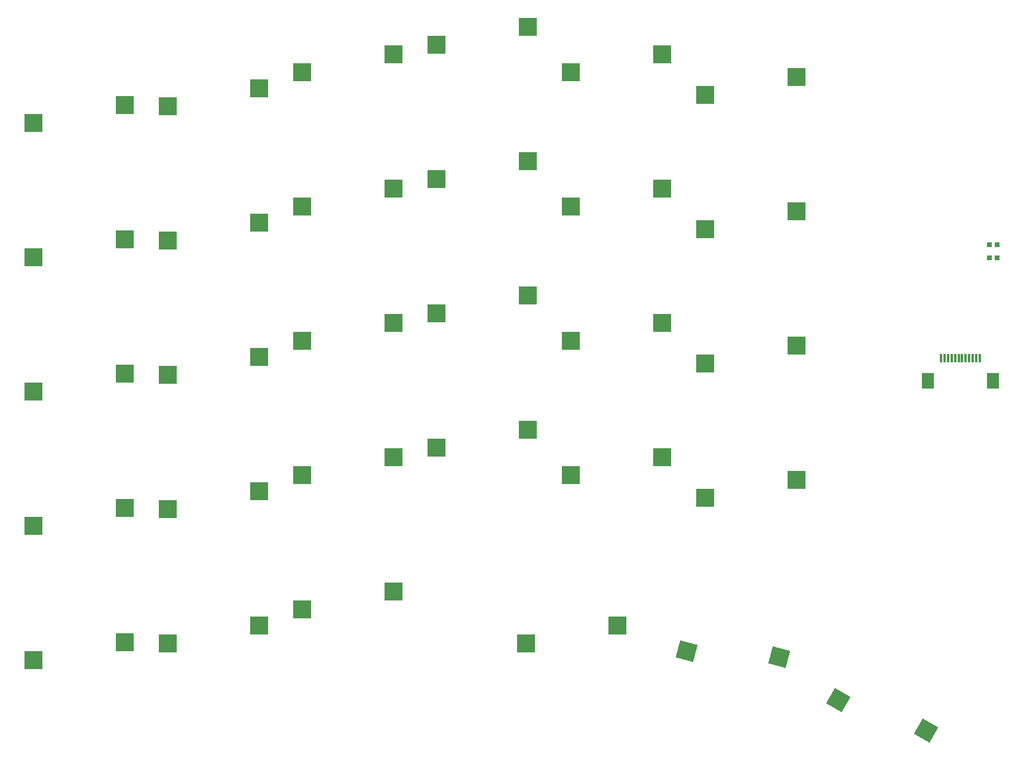
<source format=gbr>
G04 #@! TF.GenerationSoftware,KiCad,Pcbnew,(6.0.2)*
G04 #@! TF.CreationDate,2022-05-21T05:00:10+01:00*
G04 #@! TF.ProjectId,Cantaloupe,43616e74-616c-46f7-9570-652e6b696361,rev?*
G04 #@! TF.SameCoordinates,Original*
G04 #@! TF.FileFunction,Paste,Bot*
G04 #@! TF.FilePolarity,Positive*
%FSLAX46Y46*%
G04 Gerber Fmt 4.6, Leading zero omitted, Abs format (unit mm)*
G04 Created by KiCad (PCBNEW (6.0.2)) date 2022-05-21 05:00:10*
%MOMM*%
%LPD*%
G01*
G04 APERTURE LIST*
G04 Aperture macros list*
%AMRotRect*
0 Rectangle, with rotation*
0 The origin of the aperture is its center*
0 $1 length*
0 $2 width*
0 $3 Rotation angle, in degrees counterclockwise*
0 Add horizontal line*
21,1,$1,$2,0,0,$3*%
G04 Aperture macros list end*
%ADD10RotRect,2.550000X2.500000X345.000000*%
%ADD11RotRect,2.550000X2.500000X330.000000*%
%ADD12R,2.550000X2.500000*%
%ADD13R,0.700000X0.700000*%
%ADD14R,0.300000X1.300000*%
%ADD15R,1.800000X2.200000*%
G04 APERTURE END LIST*
D10*
X109546337Y-110791823D03*
X122690260Y-111684126D03*
D11*
X131103491Y-117765793D03*
X143568601Y-122029589D03*
D12*
X16953511Y-35862748D03*
X29880511Y-33322748D03*
X93153514Y-85868990D03*
X106080514Y-83328990D03*
X112203499Y-89044011D03*
X125130499Y-86504011D03*
X55053504Y-85869002D03*
X67980504Y-83329002D03*
X74103504Y-81900249D03*
X87030504Y-79360249D03*
X16953519Y-112062754D03*
X29880519Y-109522754D03*
X93153499Y-47768999D03*
X106080499Y-45228999D03*
X112203509Y-50944005D03*
X125130509Y-48404005D03*
X16953511Y-73962757D03*
X29880511Y-71422757D03*
X36003518Y-71581487D03*
X48930518Y-69041487D03*
X55053504Y-66818989D03*
X67980504Y-64278989D03*
X93153517Y-66819014D03*
X106080517Y-64279014D03*
X74103502Y-62850254D03*
X87030502Y-60310254D03*
X112203506Y-69994002D03*
X125130506Y-67454002D03*
X16953521Y-93012756D03*
X29880521Y-90472756D03*
X36003505Y-90631499D03*
X48930505Y-88091499D03*
X36003498Y-109681502D03*
X48930498Y-107141502D03*
X55053508Y-104918999D03*
X67980508Y-102378999D03*
X86803507Y-109681498D03*
X99730507Y-107141498D03*
X55053507Y-28719007D03*
X67980507Y-26179007D03*
X16953513Y-54912742D03*
X29880513Y-52372742D03*
X55053502Y-47769002D03*
X67980502Y-45229002D03*
X93153507Y-28718993D03*
X106080507Y-26178993D03*
X74103509Y-43800246D03*
X87030509Y-41260246D03*
X74103510Y-24750244D03*
X87030510Y-22210244D03*
X36003500Y-33481501D03*
X48930500Y-30941501D03*
X36003505Y-52531507D03*
X48930505Y-49991507D03*
X112203503Y-31894012D03*
X125130503Y-29354012D03*
D13*
X153588503Y-53182012D03*
X152488503Y-53182012D03*
X152488503Y-55012012D03*
X153588503Y-55012012D03*
D14*
X151154078Y-69197012D03*
X150654078Y-69197012D03*
X150154078Y-69197012D03*
X149654078Y-69197012D03*
X149154078Y-69197012D03*
X148654078Y-69197012D03*
X148154078Y-69197012D03*
X147654078Y-69197012D03*
X147154078Y-69197012D03*
X146654078Y-69197012D03*
X146154078Y-69197012D03*
X145654078Y-69197012D03*
D15*
X143754078Y-72447012D03*
X153054078Y-72447012D03*
M02*

</source>
